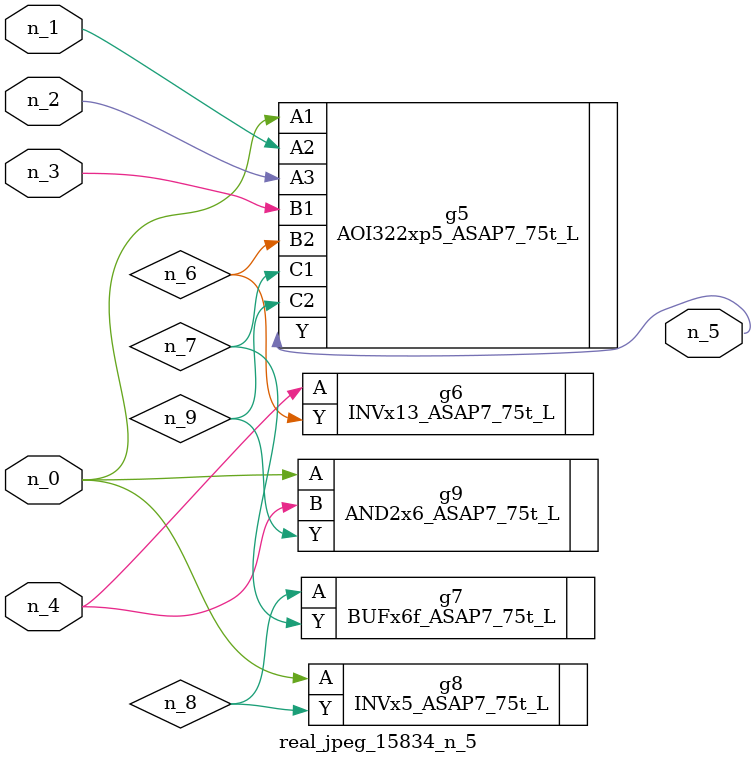
<source format=v>
module real_jpeg_15834_n_5 (n_4, n_0, n_1, n_2, n_3, n_5);

input n_4;
input n_0;
input n_1;
input n_2;
input n_3;

output n_5;

wire n_8;
wire n_6;
wire n_7;
wire n_9;

AOI322xp5_ASAP7_75t_L g5 ( 
.A1(n_0),
.A2(n_1),
.A3(n_2),
.B1(n_3),
.B2(n_6),
.C1(n_7),
.C2(n_9),
.Y(n_5)
);

INVx5_ASAP7_75t_L g8 ( 
.A(n_0),
.Y(n_8)
);

AND2x6_ASAP7_75t_L g9 ( 
.A(n_0),
.B(n_4),
.Y(n_9)
);

INVx13_ASAP7_75t_L g6 ( 
.A(n_4),
.Y(n_6)
);

BUFx6f_ASAP7_75t_L g7 ( 
.A(n_8),
.Y(n_7)
);


endmodule
</source>
